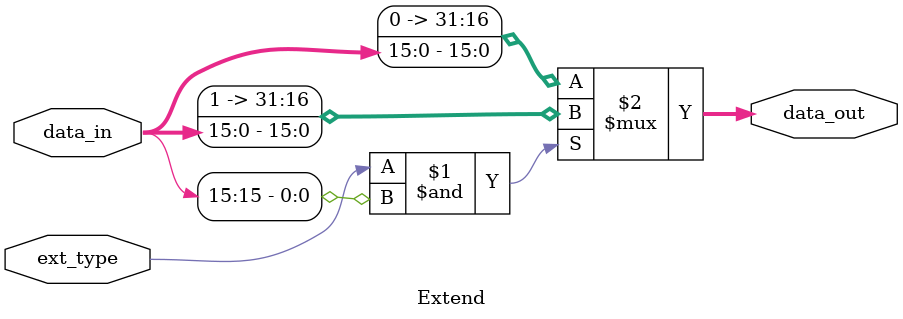
<source format=v>
`timescale 1ns / 1ps 

// ext_type
// 0: sign extend
// 1: zero extend

module Extend(
           input ext_type,
           input [15: 0] data_in,
           output [31: 0] data_out
       );

assign data_out = (ext_type & data_in[15]) ?
       {16'hffff, data_in} : {16'h0000, data_in};


endmodule

</source>
